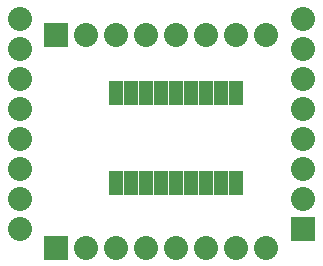
<source format=gbs>
G04 (created by PCBNEW-RS274X (2011-05-25)-stable) date Mon 01 Oct 2012 10:51:08 AM PDT*
G01*
G70*
G90*
%MOIN*%
G04 Gerber Fmt 3.4, Leading zero omitted, Abs format*
%FSLAX34Y34*%
G04 APERTURE LIST*
%ADD10C,0.006000*%
%ADD11R,0.050000X0.080000*%
%ADD12C,0.080000*%
%ADD13R,0.080000X0.080000*%
G04 APERTURE END LIST*
G54D10*
G54D11*
X44161Y-32063D03*
X44661Y-32063D03*
X45161Y-32063D03*
X45661Y-32063D03*
X46161Y-32063D03*
X46661Y-32063D03*
X47161Y-32063D03*
X47661Y-32063D03*
X48161Y-32063D03*
X44161Y-35063D03*
X44661Y-35063D03*
X45161Y-35063D03*
X45661Y-35063D03*
X46161Y-35063D03*
X46661Y-35063D03*
X47161Y-35063D03*
X47661Y-35063D03*
X48161Y-35063D03*
G54D12*
X40945Y-29569D03*
X40945Y-30569D03*
X40945Y-31569D03*
X40945Y-32569D03*
X40945Y-33569D03*
X40945Y-34569D03*
X40945Y-35569D03*
X40945Y-36569D03*
G54D13*
X50394Y-36569D03*
G54D12*
X50394Y-35569D03*
X50394Y-34569D03*
X50394Y-33569D03*
X50394Y-32569D03*
X50394Y-31569D03*
X50394Y-30569D03*
X50394Y-29569D03*
G54D13*
X42169Y-30118D03*
G54D12*
X43169Y-30118D03*
X44169Y-30118D03*
X45169Y-30118D03*
X46169Y-30118D03*
X47169Y-30118D03*
X48169Y-30118D03*
X49169Y-30118D03*
G54D13*
X42169Y-37205D03*
G54D12*
X43169Y-37205D03*
X44169Y-37205D03*
X45169Y-37205D03*
X46169Y-37205D03*
X47169Y-37205D03*
X48169Y-37205D03*
X49169Y-37205D03*
M02*

</source>
